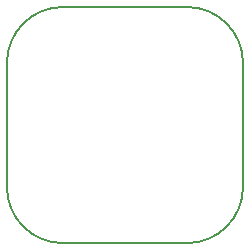
<source format=gm1>
G04 #@! TF.GenerationSoftware,KiCad,Pcbnew,(5.1.0)-1*
G04 #@! TF.CreationDate,2019-04-26T02:02:26-07:00*
G04 #@! TF.ProjectId,daughterboard,64617567-6874-4657-9262-6f6172642e6b,rev?*
G04 #@! TF.SameCoordinates,Original*
G04 #@! TF.FileFunction,Profile,NP*
%FSLAX46Y46*%
G04 Gerber Fmt 4.6, Leading zero omitted, Abs format (unit mm)*
G04 Created by KiCad (PCBNEW (5.1.0)-1) date 2019-04-26 02:02:26*
%MOMM*%
%LPD*%
G04 APERTURE LIST*
%ADD10C,0.150000*%
G04 APERTURE END LIST*
D10*
X20000000Y-4762500D02*
X20000000Y-15237500D01*
X4762500Y0D02*
X15237500Y0D01*
X0Y-15237500D02*
X0Y-4762500D01*
X15237500Y-20000000D02*
X4762500Y-20000000D01*
X20000000Y-15237500D02*
G75*
G02X15237500Y-20000000I-4762500J0D01*
G01*
X15237500Y0D02*
G75*
G02X20000000Y-4762500I0J-4762500D01*
G01*
X4762500Y-20000000D02*
G75*
G02X0Y-15237500I0J4762500D01*
G01*
X0Y-4762500D02*
G75*
G02X4762500Y0I4762500J0D01*
G01*
M02*

</source>
